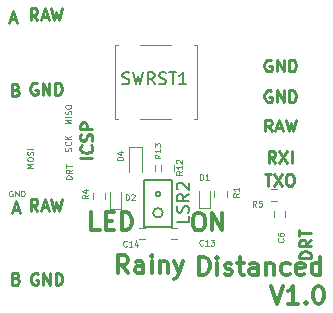
<source format=gbr>
G04 #@! TF.GenerationSoftware,KiCad,Pcbnew,(5.0.2)-1*
G04 #@! TF.CreationDate,2019-03-06T20:32:53+00:00*
G04 #@! TF.ProjectId,distanced,64697374-616e-4636-9564-2e6b69636164,rev?*
G04 #@! TF.SameCoordinates,Original*
G04 #@! TF.FileFunction,Legend,Top*
G04 #@! TF.FilePolarity,Positive*
%FSLAX46Y46*%
G04 Gerber Fmt 4.6, Leading zero omitted, Abs format (unit mm)*
G04 Created by KiCad (PCBNEW (5.0.2)-1) date 06/03/2019 20:32:53*
%MOMM*%
%LPD*%
G01*
G04 APERTURE LIST*
%ADD10C,0.300000*%
%ADD11C,0.125000*%
%ADD12C,0.250000*%
%ADD13C,0.150000*%
%ADD14C,0.120000*%
G04 APERTURE END LIST*
D10*
X157674285Y-95958571D02*
X158174285Y-97458571D01*
X158674285Y-95958571D01*
X159960000Y-97458571D02*
X159102857Y-97458571D01*
X159531428Y-97458571D02*
X159531428Y-95958571D01*
X159388571Y-96172857D01*
X159245714Y-96315714D01*
X159102857Y-96387142D01*
X160602857Y-97315714D02*
X160674285Y-97387142D01*
X160602857Y-97458571D01*
X160531428Y-97387142D01*
X160602857Y-97315714D01*
X160602857Y-97458571D01*
X161602857Y-95958571D02*
X161745714Y-95958571D01*
X161888571Y-96030000D01*
X161960000Y-96101428D01*
X162031428Y-96244285D01*
X162102857Y-96530000D01*
X162102857Y-96887142D01*
X162031428Y-97172857D01*
X161960000Y-97315714D01*
X161888571Y-97387142D01*
X161745714Y-97458571D01*
X161602857Y-97458571D01*
X161460000Y-97387142D01*
X161388571Y-97315714D01*
X161317142Y-97172857D01*
X161245714Y-96887142D01*
X161245714Y-96530000D01*
X161317142Y-96244285D01*
X161388571Y-96101428D01*
X161460000Y-96030000D01*
X161602857Y-95958571D01*
X145548571Y-94858571D02*
X145048571Y-94144285D01*
X144691428Y-94858571D02*
X144691428Y-93358571D01*
X145262857Y-93358571D01*
X145405714Y-93430000D01*
X145477142Y-93501428D01*
X145548571Y-93644285D01*
X145548571Y-93858571D01*
X145477142Y-94001428D01*
X145405714Y-94072857D01*
X145262857Y-94144285D01*
X144691428Y-94144285D01*
X146834285Y-94858571D02*
X146834285Y-94072857D01*
X146762857Y-93930000D01*
X146620000Y-93858571D01*
X146334285Y-93858571D01*
X146191428Y-93930000D01*
X146834285Y-94787142D02*
X146691428Y-94858571D01*
X146334285Y-94858571D01*
X146191428Y-94787142D01*
X146120000Y-94644285D01*
X146120000Y-94501428D01*
X146191428Y-94358571D01*
X146334285Y-94287142D01*
X146691428Y-94287142D01*
X146834285Y-94215714D01*
X147548571Y-94858571D02*
X147548571Y-93858571D01*
X147548571Y-93358571D02*
X147477142Y-93430000D01*
X147548571Y-93501428D01*
X147620000Y-93430000D01*
X147548571Y-93358571D01*
X147548571Y-93501428D01*
X148262857Y-93858571D02*
X148262857Y-94858571D01*
X148262857Y-94001428D02*
X148334285Y-93930000D01*
X148477142Y-93858571D01*
X148691428Y-93858571D01*
X148834285Y-93930000D01*
X148905714Y-94072857D01*
X148905714Y-94858571D01*
X149477142Y-93858571D02*
X149834285Y-94858571D01*
X150191428Y-93858571D02*
X149834285Y-94858571D01*
X149691428Y-95215714D01*
X149620000Y-95287142D01*
X149477142Y-95358571D01*
X143165714Y-91228571D02*
X142451428Y-91228571D01*
X142451428Y-89728571D01*
X143665714Y-90442857D02*
X144165714Y-90442857D01*
X144380000Y-91228571D02*
X143665714Y-91228571D01*
X143665714Y-89728571D01*
X144380000Y-89728571D01*
X145022857Y-91228571D02*
X145022857Y-89728571D01*
X145380000Y-89728571D01*
X145594285Y-89800000D01*
X145737142Y-89942857D01*
X145808571Y-90085714D01*
X145880000Y-90371428D01*
X145880000Y-90585714D01*
X145808571Y-90871428D01*
X145737142Y-91014285D01*
X145594285Y-91157142D01*
X145380000Y-91228571D01*
X145022857Y-91228571D01*
X151391428Y-89748571D02*
X151677142Y-89748571D01*
X151820000Y-89820000D01*
X151962857Y-89962857D01*
X152034285Y-90248571D01*
X152034285Y-90748571D01*
X151962857Y-91034285D01*
X151820000Y-91177142D01*
X151677142Y-91248571D01*
X151391428Y-91248571D01*
X151248571Y-91177142D01*
X151105714Y-91034285D01*
X151034285Y-90748571D01*
X151034285Y-90248571D01*
X151105714Y-89962857D01*
X151248571Y-89820000D01*
X151391428Y-89748571D01*
X152677142Y-91248571D02*
X152677142Y-89748571D01*
X153534285Y-91248571D01*
X153534285Y-89748571D01*
D11*
X137516190Y-85935714D02*
X137016190Y-85935714D01*
X137373333Y-85769047D01*
X137016190Y-85602380D01*
X137516190Y-85602380D01*
X137016190Y-85269047D02*
X137016190Y-85173809D01*
X137040000Y-85126190D01*
X137087619Y-85078571D01*
X137182857Y-85054761D01*
X137349523Y-85054761D01*
X137444761Y-85078571D01*
X137492380Y-85126190D01*
X137516190Y-85173809D01*
X137516190Y-85269047D01*
X137492380Y-85316666D01*
X137444761Y-85364285D01*
X137349523Y-85388095D01*
X137182857Y-85388095D01*
X137087619Y-85364285D01*
X137040000Y-85316666D01*
X137016190Y-85269047D01*
X137492380Y-84864285D02*
X137516190Y-84792857D01*
X137516190Y-84673809D01*
X137492380Y-84626190D01*
X137468571Y-84602380D01*
X137420952Y-84578571D01*
X137373333Y-84578571D01*
X137325714Y-84602380D01*
X137301904Y-84626190D01*
X137278095Y-84673809D01*
X137254285Y-84769047D01*
X137230476Y-84816666D01*
X137206666Y-84840476D01*
X137159047Y-84864285D01*
X137111428Y-84864285D01*
X137063809Y-84840476D01*
X137040000Y-84816666D01*
X137016190Y-84769047D01*
X137016190Y-84650000D01*
X137040000Y-84578571D01*
X137516190Y-84364285D02*
X137016190Y-84364285D01*
X140776190Y-86881428D02*
X140276190Y-86881428D01*
X140276190Y-86762380D01*
X140300000Y-86690952D01*
X140347619Y-86643333D01*
X140395238Y-86619523D01*
X140490476Y-86595714D01*
X140561904Y-86595714D01*
X140657142Y-86619523D01*
X140704761Y-86643333D01*
X140752380Y-86690952D01*
X140776190Y-86762380D01*
X140776190Y-86881428D01*
X140776190Y-86095714D02*
X140538095Y-86262380D01*
X140776190Y-86381428D02*
X140276190Y-86381428D01*
X140276190Y-86190952D01*
X140300000Y-86143333D01*
X140323809Y-86119523D01*
X140371428Y-86095714D01*
X140442857Y-86095714D01*
X140490476Y-86119523D01*
X140514285Y-86143333D01*
X140538095Y-86190952D01*
X140538095Y-86381428D01*
X140276190Y-85952857D02*
X140276190Y-85667142D01*
X140776190Y-85810000D02*
X140276190Y-85810000D01*
X140702380Y-84532857D02*
X140726190Y-84461428D01*
X140726190Y-84342380D01*
X140702380Y-84294761D01*
X140678571Y-84270952D01*
X140630952Y-84247142D01*
X140583333Y-84247142D01*
X140535714Y-84270952D01*
X140511904Y-84294761D01*
X140488095Y-84342380D01*
X140464285Y-84437619D01*
X140440476Y-84485238D01*
X140416666Y-84509047D01*
X140369047Y-84532857D01*
X140321428Y-84532857D01*
X140273809Y-84509047D01*
X140250000Y-84485238D01*
X140226190Y-84437619D01*
X140226190Y-84318571D01*
X140250000Y-84247142D01*
X140678571Y-83747142D02*
X140702380Y-83770952D01*
X140726190Y-83842380D01*
X140726190Y-83890000D01*
X140702380Y-83961428D01*
X140654761Y-84009047D01*
X140607142Y-84032857D01*
X140511904Y-84056666D01*
X140440476Y-84056666D01*
X140345238Y-84032857D01*
X140297619Y-84009047D01*
X140250000Y-83961428D01*
X140226190Y-83890000D01*
X140226190Y-83842380D01*
X140250000Y-83770952D01*
X140273809Y-83747142D01*
X140726190Y-83532857D02*
X140226190Y-83532857D01*
X140726190Y-83247142D02*
X140440476Y-83461428D01*
X140226190Y-83247142D02*
X140511904Y-83532857D01*
X140746190Y-82195714D02*
X140246190Y-82195714D01*
X140603333Y-82029047D01*
X140246190Y-81862380D01*
X140746190Y-81862380D01*
X140746190Y-81624285D02*
X140246190Y-81624285D01*
X140722380Y-81410000D02*
X140746190Y-81338571D01*
X140746190Y-81219523D01*
X140722380Y-81171904D01*
X140698571Y-81148095D01*
X140650952Y-81124285D01*
X140603333Y-81124285D01*
X140555714Y-81148095D01*
X140531904Y-81171904D01*
X140508095Y-81219523D01*
X140484285Y-81314761D01*
X140460476Y-81362380D01*
X140436666Y-81386190D01*
X140389047Y-81410000D01*
X140341428Y-81410000D01*
X140293809Y-81386190D01*
X140270000Y-81362380D01*
X140246190Y-81314761D01*
X140246190Y-81195714D01*
X140270000Y-81124285D01*
X140246190Y-80814761D02*
X140246190Y-80719523D01*
X140270000Y-80671904D01*
X140317619Y-80624285D01*
X140412857Y-80600476D01*
X140579523Y-80600476D01*
X140674761Y-80624285D01*
X140722380Y-80671904D01*
X140746190Y-80719523D01*
X140746190Y-80814761D01*
X140722380Y-80862380D01*
X140674761Y-80910000D01*
X140579523Y-80933809D01*
X140412857Y-80933809D01*
X140317619Y-80910000D01*
X140270000Y-80862380D01*
X140246190Y-80814761D01*
D12*
X142522380Y-85106190D02*
X141522380Y-85106190D01*
X142427142Y-84058571D02*
X142474761Y-84106190D01*
X142522380Y-84249047D01*
X142522380Y-84344285D01*
X142474761Y-84487142D01*
X142379523Y-84582380D01*
X142284285Y-84630000D01*
X142093809Y-84677619D01*
X141950952Y-84677619D01*
X141760476Y-84630000D01*
X141665238Y-84582380D01*
X141570000Y-84487142D01*
X141522380Y-84344285D01*
X141522380Y-84249047D01*
X141570000Y-84106190D01*
X141617619Y-84058571D01*
X142474761Y-83677619D02*
X142522380Y-83534761D01*
X142522380Y-83296666D01*
X142474761Y-83201428D01*
X142427142Y-83153809D01*
X142331904Y-83106190D01*
X142236666Y-83106190D01*
X142141428Y-83153809D01*
X142093809Y-83201428D01*
X142046190Y-83296666D01*
X141998571Y-83487142D01*
X141950952Y-83582380D01*
X141903333Y-83630000D01*
X141808095Y-83677619D01*
X141712857Y-83677619D01*
X141617619Y-83630000D01*
X141570000Y-83582380D01*
X141522380Y-83487142D01*
X141522380Y-83249047D01*
X141570000Y-83106190D01*
X142522380Y-82677619D02*
X141522380Y-82677619D01*
X141522380Y-82296666D01*
X141570000Y-82201428D01*
X141617619Y-82153809D01*
X141712857Y-82106190D01*
X141855714Y-82106190D01*
X141950952Y-82153809D01*
X141998571Y-82201428D01*
X142046190Y-82296666D01*
X142046190Y-82677619D01*
X161062380Y-93602857D02*
X160062380Y-93602857D01*
X160062380Y-93364761D01*
X160110000Y-93221904D01*
X160205238Y-93126666D01*
X160300476Y-93079047D01*
X160490952Y-93031428D01*
X160633809Y-93031428D01*
X160824285Y-93079047D01*
X160919523Y-93126666D01*
X161014761Y-93221904D01*
X161062380Y-93364761D01*
X161062380Y-93602857D01*
X161062380Y-92031428D02*
X160586190Y-92364761D01*
X161062380Y-92602857D02*
X160062380Y-92602857D01*
X160062380Y-92221904D01*
X160110000Y-92126666D01*
X160157619Y-92079047D01*
X160252857Y-92031428D01*
X160395714Y-92031428D01*
X160490952Y-92079047D01*
X160538571Y-92126666D01*
X160586190Y-92221904D01*
X160586190Y-92602857D01*
X160062380Y-91745714D02*
X160062380Y-91174285D01*
X161062380Y-91460000D02*
X160062380Y-91460000D01*
X157104285Y-86462380D02*
X157675714Y-86462380D01*
X157390000Y-87462380D02*
X157390000Y-86462380D01*
X157913809Y-86462380D02*
X158580476Y-87462380D01*
X158580476Y-86462380D02*
X157913809Y-87462380D01*
X159151904Y-86462380D02*
X159342380Y-86462380D01*
X159437619Y-86510000D01*
X159532857Y-86605238D01*
X159580476Y-86795714D01*
X159580476Y-87129047D01*
X159532857Y-87319523D01*
X159437619Y-87414761D01*
X159342380Y-87462380D01*
X159151904Y-87462380D01*
X159056666Y-87414761D01*
X158961428Y-87319523D01*
X158913809Y-87129047D01*
X158913809Y-86795714D01*
X158961428Y-86605238D01*
X159056666Y-86510000D01*
X159151904Y-86462380D01*
X158025238Y-85542380D02*
X157691904Y-85066190D01*
X157453809Y-85542380D02*
X157453809Y-84542380D01*
X157834761Y-84542380D01*
X157930000Y-84590000D01*
X157977619Y-84637619D01*
X158025238Y-84732857D01*
X158025238Y-84875714D01*
X157977619Y-84970952D01*
X157930000Y-85018571D01*
X157834761Y-85066190D01*
X157453809Y-85066190D01*
X158358571Y-84542380D02*
X159025238Y-85542380D01*
X159025238Y-84542380D02*
X158358571Y-85542380D01*
X159406190Y-85542380D02*
X159406190Y-84542380D01*
X157739523Y-82862380D02*
X157406190Y-82386190D01*
X157168095Y-82862380D02*
X157168095Y-81862380D01*
X157549047Y-81862380D01*
X157644285Y-81910000D01*
X157691904Y-81957619D01*
X157739523Y-82052857D01*
X157739523Y-82195714D01*
X157691904Y-82290952D01*
X157644285Y-82338571D01*
X157549047Y-82386190D01*
X157168095Y-82386190D01*
X158120476Y-82576666D02*
X158596666Y-82576666D01*
X158025238Y-82862380D02*
X158358571Y-81862380D01*
X158691904Y-82862380D01*
X158930000Y-81862380D02*
X159168095Y-82862380D01*
X159358571Y-82148095D01*
X159549047Y-82862380D01*
X159787142Y-81862380D01*
X157668095Y-79430000D02*
X157572857Y-79382380D01*
X157430000Y-79382380D01*
X157287142Y-79430000D01*
X157191904Y-79525238D01*
X157144285Y-79620476D01*
X157096666Y-79810952D01*
X157096666Y-79953809D01*
X157144285Y-80144285D01*
X157191904Y-80239523D01*
X157287142Y-80334761D01*
X157430000Y-80382380D01*
X157525238Y-80382380D01*
X157668095Y-80334761D01*
X157715714Y-80287142D01*
X157715714Y-79953809D01*
X157525238Y-79953809D01*
X158144285Y-80382380D02*
X158144285Y-79382380D01*
X158715714Y-80382380D01*
X158715714Y-79382380D01*
X159191904Y-80382380D02*
X159191904Y-79382380D01*
X159430000Y-79382380D01*
X159572857Y-79430000D01*
X159668095Y-79525238D01*
X159715714Y-79620476D01*
X159763333Y-79810952D01*
X159763333Y-79953809D01*
X159715714Y-80144285D01*
X159668095Y-80239523D01*
X159572857Y-80334761D01*
X159430000Y-80382380D01*
X159191904Y-80382380D01*
X157668095Y-76830000D02*
X157572857Y-76782380D01*
X157430000Y-76782380D01*
X157287142Y-76830000D01*
X157191904Y-76925238D01*
X157144285Y-77020476D01*
X157096666Y-77210952D01*
X157096666Y-77353809D01*
X157144285Y-77544285D01*
X157191904Y-77639523D01*
X157287142Y-77734761D01*
X157430000Y-77782380D01*
X157525238Y-77782380D01*
X157668095Y-77734761D01*
X157715714Y-77687142D01*
X157715714Y-77353809D01*
X157525238Y-77353809D01*
X158144285Y-77782380D02*
X158144285Y-76782380D01*
X158715714Y-77782380D01*
X158715714Y-76782380D01*
X159191904Y-77782380D02*
X159191904Y-76782380D01*
X159430000Y-76782380D01*
X159572857Y-76830000D01*
X159668095Y-76925238D01*
X159715714Y-77020476D01*
X159763333Y-77210952D01*
X159763333Y-77353809D01*
X159715714Y-77544285D01*
X159668095Y-77639523D01*
X159572857Y-77734761D01*
X159430000Y-77782380D01*
X159191904Y-77782380D01*
D11*
X135759047Y-87900000D02*
X135711428Y-87876190D01*
X135640000Y-87876190D01*
X135568571Y-87900000D01*
X135520952Y-87947619D01*
X135497142Y-87995238D01*
X135473333Y-88090476D01*
X135473333Y-88161904D01*
X135497142Y-88257142D01*
X135520952Y-88304761D01*
X135568571Y-88352380D01*
X135640000Y-88376190D01*
X135687619Y-88376190D01*
X135759047Y-88352380D01*
X135782857Y-88328571D01*
X135782857Y-88161904D01*
X135687619Y-88161904D01*
X135997142Y-88376190D02*
X135997142Y-87876190D01*
X136282857Y-88376190D01*
X136282857Y-87876190D01*
X136520952Y-88376190D02*
X136520952Y-87876190D01*
X136640000Y-87876190D01*
X136711428Y-87900000D01*
X136759047Y-87947619D01*
X136782857Y-87995238D01*
X136806666Y-88090476D01*
X136806666Y-88161904D01*
X136782857Y-88257142D01*
X136759047Y-88304761D01*
X136711428Y-88352380D01*
X136640000Y-88376190D01*
X136520952Y-88376190D01*
D12*
X137869523Y-89582380D02*
X137536190Y-89106190D01*
X137298095Y-89582380D02*
X137298095Y-88582380D01*
X137679047Y-88582380D01*
X137774285Y-88630000D01*
X137821904Y-88677619D01*
X137869523Y-88772857D01*
X137869523Y-88915714D01*
X137821904Y-89010952D01*
X137774285Y-89058571D01*
X137679047Y-89106190D01*
X137298095Y-89106190D01*
X138250476Y-89296666D02*
X138726666Y-89296666D01*
X138155238Y-89582380D02*
X138488571Y-88582380D01*
X138821904Y-89582380D01*
X139060000Y-88582380D02*
X139298095Y-89582380D01*
X139488571Y-88868095D01*
X139679047Y-89582380D01*
X139917142Y-88582380D01*
X137869523Y-73452380D02*
X137536190Y-72976190D01*
X137298095Y-73452380D02*
X137298095Y-72452380D01*
X137679047Y-72452380D01*
X137774285Y-72500000D01*
X137821904Y-72547619D01*
X137869523Y-72642857D01*
X137869523Y-72785714D01*
X137821904Y-72880952D01*
X137774285Y-72928571D01*
X137679047Y-72976190D01*
X137298095Y-72976190D01*
X138250476Y-73166666D02*
X138726666Y-73166666D01*
X138155238Y-73452380D02*
X138488571Y-72452380D01*
X138821904Y-73452380D01*
X139060000Y-72452380D02*
X139298095Y-73452380D01*
X139488571Y-72738095D01*
X139679047Y-73452380D01*
X139917142Y-72452380D01*
X135601904Y-73376666D02*
X136078095Y-73376666D01*
X135506666Y-73662380D02*
X135840000Y-72662380D01*
X136173333Y-73662380D01*
X135831904Y-89506666D02*
X136308095Y-89506666D01*
X135736666Y-89792380D02*
X136070000Y-88792380D01*
X136403333Y-89792380D01*
X136061428Y-95308571D02*
X136204285Y-95356190D01*
X136251904Y-95403809D01*
X136299523Y-95499047D01*
X136299523Y-95641904D01*
X136251904Y-95737142D01*
X136204285Y-95784761D01*
X136109047Y-95832380D01*
X135728095Y-95832380D01*
X135728095Y-94832380D01*
X136061428Y-94832380D01*
X136156666Y-94880000D01*
X136204285Y-94927619D01*
X136251904Y-95022857D01*
X136251904Y-95118095D01*
X136204285Y-95213333D01*
X136156666Y-95260952D01*
X136061428Y-95308571D01*
X135728095Y-95308571D01*
X136041428Y-79338571D02*
X136184285Y-79386190D01*
X136231904Y-79433809D01*
X136279523Y-79529047D01*
X136279523Y-79671904D01*
X136231904Y-79767142D01*
X136184285Y-79814761D01*
X136089047Y-79862380D01*
X135708095Y-79862380D01*
X135708095Y-78862380D01*
X136041428Y-78862380D01*
X136136666Y-78910000D01*
X136184285Y-78957619D01*
X136231904Y-79052857D01*
X136231904Y-79148095D01*
X136184285Y-79243333D01*
X136136666Y-79290952D01*
X136041428Y-79338571D01*
X135708095Y-79338571D01*
X137848095Y-78800000D02*
X137752857Y-78752380D01*
X137610000Y-78752380D01*
X137467142Y-78800000D01*
X137371904Y-78895238D01*
X137324285Y-78990476D01*
X137276666Y-79180952D01*
X137276666Y-79323809D01*
X137324285Y-79514285D01*
X137371904Y-79609523D01*
X137467142Y-79704761D01*
X137610000Y-79752380D01*
X137705238Y-79752380D01*
X137848095Y-79704761D01*
X137895714Y-79657142D01*
X137895714Y-79323809D01*
X137705238Y-79323809D01*
X138324285Y-79752380D02*
X138324285Y-78752380D01*
X138895714Y-79752380D01*
X138895714Y-78752380D01*
X139371904Y-79752380D02*
X139371904Y-78752380D01*
X139610000Y-78752380D01*
X139752857Y-78800000D01*
X139848095Y-78895238D01*
X139895714Y-78990476D01*
X139943333Y-79180952D01*
X139943333Y-79323809D01*
X139895714Y-79514285D01*
X139848095Y-79609523D01*
X139752857Y-79704761D01*
X139610000Y-79752380D01*
X139371904Y-79752380D01*
X137898095Y-94920000D02*
X137802857Y-94872380D01*
X137660000Y-94872380D01*
X137517142Y-94920000D01*
X137421904Y-95015238D01*
X137374285Y-95110476D01*
X137326666Y-95300952D01*
X137326666Y-95443809D01*
X137374285Y-95634285D01*
X137421904Y-95729523D01*
X137517142Y-95824761D01*
X137660000Y-95872380D01*
X137755238Y-95872380D01*
X137898095Y-95824761D01*
X137945714Y-95777142D01*
X137945714Y-95443809D01*
X137755238Y-95443809D01*
X138374285Y-95872380D02*
X138374285Y-94872380D01*
X138945714Y-95872380D01*
X138945714Y-94872380D01*
X139421904Y-95872380D02*
X139421904Y-94872380D01*
X139660000Y-94872380D01*
X139802857Y-94920000D01*
X139898095Y-95015238D01*
X139945714Y-95110476D01*
X139993333Y-95300952D01*
X139993333Y-95443809D01*
X139945714Y-95634285D01*
X139898095Y-95729523D01*
X139802857Y-95824761D01*
X139660000Y-95872380D01*
X139421904Y-95872380D01*
D10*
X151592142Y-94988571D02*
X151592142Y-93488571D01*
X151949285Y-93488571D01*
X152163571Y-93560000D01*
X152306428Y-93702857D01*
X152377857Y-93845714D01*
X152449285Y-94131428D01*
X152449285Y-94345714D01*
X152377857Y-94631428D01*
X152306428Y-94774285D01*
X152163571Y-94917142D01*
X151949285Y-94988571D01*
X151592142Y-94988571D01*
X153092142Y-94988571D02*
X153092142Y-93988571D01*
X153092142Y-93488571D02*
X153020714Y-93560000D01*
X153092142Y-93631428D01*
X153163571Y-93560000D01*
X153092142Y-93488571D01*
X153092142Y-93631428D01*
X153735000Y-94917142D02*
X153877857Y-94988571D01*
X154163571Y-94988571D01*
X154306428Y-94917142D01*
X154377857Y-94774285D01*
X154377857Y-94702857D01*
X154306428Y-94560000D01*
X154163571Y-94488571D01*
X153949285Y-94488571D01*
X153806428Y-94417142D01*
X153735000Y-94274285D01*
X153735000Y-94202857D01*
X153806428Y-94060000D01*
X153949285Y-93988571D01*
X154163571Y-93988571D01*
X154306428Y-94060000D01*
X154806428Y-93988571D02*
X155377857Y-93988571D01*
X155020714Y-93488571D02*
X155020714Y-94774285D01*
X155092142Y-94917142D01*
X155235000Y-94988571D01*
X155377857Y-94988571D01*
X156520714Y-94988571D02*
X156520714Y-94202857D01*
X156449285Y-94060000D01*
X156306428Y-93988571D01*
X156020714Y-93988571D01*
X155877857Y-94060000D01*
X156520714Y-94917142D02*
X156377857Y-94988571D01*
X156020714Y-94988571D01*
X155877857Y-94917142D01*
X155806428Y-94774285D01*
X155806428Y-94631428D01*
X155877857Y-94488571D01*
X156020714Y-94417142D01*
X156377857Y-94417142D01*
X156520714Y-94345714D01*
X157235000Y-93988571D02*
X157235000Y-94988571D01*
X157235000Y-94131428D02*
X157306428Y-94060000D01*
X157449285Y-93988571D01*
X157663571Y-93988571D01*
X157806428Y-94060000D01*
X157877857Y-94202857D01*
X157877857Y-94988571D01*
X159235000Y-94917142D02*
X159092142Y-94988571D01*
X158806428Y-94988571D01*
X158663571Y-94917142D01*
X158592142Y-94845714D01*
X158520714Y-94702857D01*
X158520714Y-94274285D01*
X158592142Y-94131428D01*
X158663571Y-94060000D01*
X158806428Y-93988571D01*
X159092142Y-93988571D01*
X159235000Y-94060000D01*
X160449285Y-94917142D02*
X160306428Y-94988571D01*
X160020714Y-94988571D01*
X159877857Y-94917142D01*
X159806428Y-94774285D01*
X159806428Y-94202857D01*
X159877857Y-94060000D01*
X160020714Y-93988571D01*
X160306428Y-93988571D01*
X160449285Y-94060000D01*
X160520714Y-94202857D01*
X160520714Y-94345714D01*
X159806428Y-94488571D01*
X161806428Y-94988571D02*
X161806428Y-93488571D01*
X161806428Y-94917142D02*
X161663571Y-94988571D01*
X161377857Y-94988571D01*
X161235000Y-94917142D01*
X161163571Y-94845714D01*
X161092142Y-94702857D01*
X161092142Y-94274285D01*
X161163571Y-94131428D01*
X161235000Y-94060000D01*
X161377857Y-93988571D01*
X161663571Y-93988571D01*
X161806428Y-94060000D01*
D13*
G04 #@! TO.C,LSR2*
X148280000Y-88156000D02*
G75*
G03X148280000Y-88156000I-200000J0D01*
G01*
X148480000Y-89756000D02*
G75*
G03X148480000Y-89756000I-400000J0D01*
G01*
X146880000Y-90956000D02*
X149280000Y-90956000D01*
X149280000Y-90956000D02*
X149280000Y-86956000D01*
X149280000Y-86956000D02*
X146880000Y-86956000D01*
X146880000Y-86956000D02*
X146880000Y-90956000D01*
D14*
G04 #@! TO.C,C6*
X158850000Y-90090000D02*
X158850000Y-89590000D01*
X157910000Y-89590000D02*
X157910000Y-90090000D01*
G04 #@! TO.C,R1*
X152870000Y-87950000D02*
X152870000Y-88450000D01*
X153930000Y-88450000D02*
X153930000Y-87950000D01*
G04 #@! TO.C,R4*
X143630000Y-88550000D02*
X143630000Y-88050000D01*
X142570000Y-88050000D02*
X142570000Y-88550000D01*
G04 #@! TO.C,R5*
X158180000Y-87720000D02*
X157680000Y-87720000D01*
X157680000Y-88780000D02*
X158180000Y-88780000D01*
G04 #@! TO.C,D2*
X144050000Y-89450000D02*
X144950000Y-89450000D01*
X144950000Y-89450000D02*
X144950000Y-88000000D01*
X144050000Y-89450000D02*
X144050000Y-88000000D01*
G04 #@! TO.C,SWRST1*
X151100000Y-75550000D02*
X151350000Y-75550000D01*
X151350000Y-75550000D02*
X151350000Y-81850000D01*
X151350000Y-81850000D02*
X151100000Y-81850000D01*
X146600000Y-75550000D02*
X149200000Y-75550000D01*
X144700000Y-81850000D02*
X144450000Y-81850000D01*
X144450000Y-81850000D02*
X144450000Y-75550000D01*
X144450000Y-75550000D02*
X144700000Y-75550000D01*
X149200000Y-81850000D02*
X146600000Y-81850000D01*
G04 #@! TO.C,D4*
X146740000Y-84170000D02*
X145600000Y-84170000D01*
X145600000Y-84170000D02*
X145600000Y-86270000D01*
X146740000Y-84170000D02*
X146740000Y-86270000D01*
G04 #@! TO.C,D1*
X151550000Y-89350000D02*
X152450000Y-89350000D01*
X152450000Y-89350000D02*
X152450000Y-87900000D01*
X151550000Y-89350000D02*
X151550000Y-87900000D01*
G04 #@! TO.C,C13*
X149680000Y-91060000D02*
X149180000Y-91060000D01*
X149180000Y-92000000D02*
X149680000Y-92000000D01*
G04 #@! TO.C,C14*
X146480000Y-92000000D02*
X146980000Y-92000000D01*
X146980000Y-91060000D02*
X146480000Y-91060000D01*
G04 #@! TO.C,R12*
X149410000Y-86230000D02*
X149410000Y-85730000D01*
X148350000Y-85730000D02*
X148350000Y-86230000D01*
G04 #@! TO.C,R13*
X147810000Y-86210000D02*
X147810000Y-85710000D01*
X146750000Y-85710000D02*
X146750000Y-86210000D01*
G04 #@! TO.C,LSR2*
D13*
X150682380Y-90022857D02*
X150682380Y-90499047D01*
X149682380Y-90499047D01*
X150634761Y-89737142D02*
X150682380Y-89594285D01*
X150682380Y-89356190D01*
X150634761Y-89260952D01*
X150587142Y-89213333D01*
X150491904Y-89165714D01*
X150396666Y-89165714D01*
X150301428Y-89213333D01*
X150253809Y-89260952D01*
X150206190Y-89356190D01*
X150158571Y-89546666D01*
X150110952Y-89641904D01*
X150063333Y-89689523D01*
X149968095Y-89737142D01*
X149872857Y-89737142D01*
X149777619Y-89689523D01*
X149730000Y-89641904D01*
X149682380Y-89546666D01*
X149682380Y-89308571D01*
X149730000Y-89165714D01*
X150682380Y-88165714D02*
X150206190Y-88499047D01*
X150682380Y-88737142D02*
X149682380Y-88737142D01*
X149682380Y-88356190D01*
X149730000Y-88260952D01*
X149777619Y-88213333D01*
X149872857Y-88165714D01*
X150015714Y-88165714D01*
X150110952Y-88213333D01*
X150158571Y-88260952D01*
X150206190Y-88356190D01*
X150206190Y-88737142D01*
X149777619Y-87784761D02*
X149730000Y-87737142D01*
X149682380Y-87641904D01*
X149682380Y-87403809D01*
X149730000Y-87308571D01*
X149777619Y-87260952D01*
X149872857Y-87213333D01*
X149968095Y-87213333D01*
X150110952Y-87260952D01*
X150682380Y-87832380D01*
X150682380Y-87213333D01*
G04 #@! TO.C,C6*
D11*
X158678571Y-91933333D02*
X158702380Y-91957142D01*
X158726190Y-92028571D01*
X158726190Y-92076190D01*
X158702380Y-92147619D01*
X158654761Y-92195238D01*
X158607142Y-92219047D01*
X158511904Y-92242857D01*
X158440476Y-92242857D01*
X158345238Y-92219047D01*
X158297619Y-92195238D01*
X158250000Y-92147619D01*
X158226190Y-92076190D01*
X158226190Y-92028571D01*
X158250000Y-91957142D01*
X158273809Y-91933333D01*
X158226190Y-91504761D02*
X158226190Y-91600000D01*
X158250000Y-91647619D01*
X158273809Y-91671428D01*
X158345238Y-91719047D01*
X158440476Y-91742857D01*
X158630952Y-91742857D01*
X158678571Y-91719047D01*
X158702380Y-91695238D01*
X158726190Y-91647619D01*
X158726190Y-91552380D01*
X158702380Y-91504761D01*
X158678571Y-91480952D01*
X158630952Y-91457142D01*
X158511904Y-91457142D01*
X158464285Y-91480952D01*
X158440476Y-91504761D01*
X158416666Y-91552380D01*
X158416666Y-91647619D01*
X158440476Y-91695238D01*
X158464285Y-91719047D01*
X158511904Y-91742857D01*
G04 #@! TO.C,R1*
X154946190Y-88113333D02*
X154708095Y-88280000D01*
X154946190Y-88399047D02*
X154446190Y-88399047D01*
X154446190Y-88208571D01*
X154470000Y-88160952D01*
X154493809Y-88137142D01*
X154541428Y-88113333D01*
X154612857Y-88113333D01*
X154660476Y-88137142D01*
X154684285Y-88160952D01*
X154708095Y-88208571D01*
X154708095Y-88399047D01*
X154946190Y-87637142D02*
X154946190Y-87922857D01*
X154946190Y-87780000D02*
X154446190Y-87780000D01*
X154517619Y-87827619D01*
X154565238Y-87875238D01*
X154589047Y-87922857D01*
G04 #@! TO.C,R4*
X142176190Y-88233333D02*
X141938095Y-88400000D01*
X142176190Y-88519047D02*
X141676190Y-88519047D01*
X141676190Y-88328571D01*
X141700000Y-88280952D01*
X141723809Y-88257142D01*
X141771428Y-88233333D01*
X141842857Y-88233333D01*
X141890476Y-88257142D01*
X141914285Y-88280952D01*
X141938095Y-88328571D01*
X141938095Y-88519047D01*
X141842857Y-87804761D02*
X142176190Y-87804761D01*
X141652380Y-87923809D02*
X142009523Y-88042857D01*
X142009523Y-87733333D01*
G04 #@! TO.C,R5*
X156416666Y-89226190D02*
X156250000Y-88988095D01*
X156130952Y-89226190D02*
X156130952Y-88726190D01*
X156321428Y-88726190D01*
X156369047Y-88750000D01*
X156392857Y-88773809D01*
X156416666Y-88821428D01*
X156416666Y-88892857D01*
X156392857Y-88940476D01*
X156369047Y-88964285D01*
X156321428Y-88988095D01*
X156130952Y-88988095D01*
X156869047Y-88726190D02*
X156630952Y-88726190D01*
X156607142Y-88964285D01*
X156630952Y-88940476D01*
X156678571Y-88916666D01*
X156797619Y-88916666D01*
X156845238Y-88940476D01*
X156869047Y-88964285D01*
X156892857Y-89011904D01*
X156892857Y-89130952D01*
X156869047Y-89178571D01*
X156845238Y-89202380D01*
X156797619Y-89226190D01*
X156678571Y-89226190D01*
X156630952Y-89202380D01*
X156607142Y-89178571D01*
G04 #@! TO.C,D2*
X145340952Y-88696190D02*
X145340952Y-88196190D01*
X145460000Y-88196190D01*
X145531428Y-88220000D01*
X145579047Y-88267619D01*
X145602857Y-88315238D01*
X145626666Y-88410476D01*
X145626666Y-88481904D01*
X145602857Y-88577142D01*
X145579047Y-88624761D01*
X145531428Y-88672380D01*
X145460000Y-88696190D01*
X145340952Y-88696190D01*
X145817142Y-88243809D02*
X145840952Y-88220000D01*
X145888571Y-88196190D01*
X146007619Y-88196190D01*
X146055238Y-88220000D01*
X146079047Y-88243809D01*
X146102857Y-88291428D01*
X146102857Y-88339047D01*
X146079047Y-88410476D01*
X145793333Y-88696190D01*
X146102857Y-88696190D01*
G04 #@! TO.C,SWRST1*
D13*
X145079523Y-78824761D02*
X145222380Y-78872380D01*
X145460476Y-78872380D01*
X145555714Y-78824761D01*
X145603333Y-78777142D01*
X145650952Y-78681904D01*
X145650952Y-78586666D01*
X145603333Y-78491428D01*
X145555714Y-78443809D01*
X145460476Y-78396190D01*
X145270000Y-78348571D01*
X145174761Y-78300952D01*
X145127142Y-78253333D01*
X145079523Y-78158095D01*
X145079523Y-78062857D01*
X145127142Y-77967619D01*
X145174761Y-77920000D01*
X145270000Y-77872380D01*
X145508095Y-77872380D01*
X145650952Y-77920000D01*
X145984285Y-77872380D02*
X146222380Y-78872380D01*
X146412857Y-78158095D01*
X146603333Y-78872380D01*
X146841428Y-77872380D01*
X147793809Y-78872380D02*
X147460476Y-78396190D01*
X147222380Y-78872380D02*
X147222380Y-77872380D01*
X147603333Y-77872380D01*
X147698571Y-77920000D01*
X147746190Y-77967619D01*
X147793809Y-78062857D01*
X147793809Y-78205714D01*
X147746190Y-78300952D01*
X147698571Y-78348571D01*
X147603333Y-78396190D01*
X147222380Y-78396190D01*
X148174761Y-78824761D02*
X148317619Y-78872380D01*
X148555714Y-78872380D01*
X148650952Y-78824761D01*
X148698571Y-78777142D01*
X148746190Y-78681904D01*
X148746190Y-78586666D01*
X148698571Y-78491428D01*
X148650952Y-78443809D01*
X148555714Y-78396190D01*
X148365238Y-78348571D01*
X148270000Y-78300952D01*
X148222380Y-78253333D01*
X148174761Y-78158095D01*
X148174761Y-78062857D01*
X148222380Y-77967619D01*
X148270000Y-77920000D01*
X148365238Y-77872380D01*
X148603333Y-77872380D01*
X148746190Y-77920000D01*
X149031904Y-77872380D02*
X149603333Y-77872380D01*
X149317619Y-78872380D02*
X149317619Y-77872380D01*
X150460476Y-78872380D02*
X149889047Y-78872380D01*
X150174761Y-78872380D02*
X150174761Y-77872380D01*
X150079523Y-78015238D01*
X149984285Y-78110476D01*
X149889047Y-78158095D01*
G04 #@! TO.C,D4*
D11*
X145106190Y-85309047D02*
X144606190Y-85309047D01*
X144606190Y-85190000D01*
X144630000Y-85118571D01*
X144677619Y-85070952D01*
X144725238Y-85047142D01*
X144820476Y-85023333D01*
X144891904Y-85023333D01*
X144987142Y-85047142D01*
X145034761Y-85070952D01*
X145082380Y-85118571D01*
X145106190Y-85190000D01*
X145106190Y-85309047D01*
X144772857Y-84594761D02*
X145106190Y-84594761D01*
X144582380Y-84713809D02*
X144939523Y-84832857D01*
X144939523Y-84523333D01*
G04 #@! TO.C,D1*
X151640952Y-86976190D02*
X151640952Y-86476190D01*
X151760000Y-86476190D01*
X151831428Y-86500000D01*
X151879047Y-86547619D01*
X151902857Y-86595238D01*
X151926666Y-86690476D01*
X151926666Y-86761904D01*
X151902857Y-86857142D01*
X151879047Y-86904761D01*
X151831428Y-86952380D01*
X151760000Y-86976190D01*
X151640952Y-86976190D01*
X152402857Y-86976190D02*
X152117142Y-86976190D01*
X152260000Y-86976190D02*
X152260000Y-86476190D01*
X152212380Y-86547619D01*
X152164761Y-86595238D01*
X152117142Y-86619047D01*
G04 #@! TO.C,C13*
X151898571Y-92488571D02*
X151874761Y-92512380D01*
X151803333Y-92536190D01*
X151755714Y-92536190D01*
X151684285Y-92512380D01*
X151636666Y-92464761D01*
X151612857Y-92417142D01*
X151589047Y-92321904D01*
X151589047Y-92250476D01*
X151612857Y-92155238D01*
X151636666Y-92107619D01*
X151684285Y-92060000D01*
X151755714Y-92036190D01*
X151803333Y-92036190D01*
X151874761Y-92060000D01*
X151898571Y-92083809D01*
X152374761Y-92536190D02*
X152089047Y-92536190D01*
X152231904Y-92536190D02*
X152231904Y-92036190D01*
X152184285Y-92107619D01*
X152136666Y-92155238D01*
X152089047Y-92179047D01*
X152541428Y-92036190D02*
X152850952Y-92036190D01*
X152684285Y-92226666D01*
X152755714Y-92226666D01*
X152803333Y-92250476D01*
X152827142Y-92274285D01*
X152850952Y-92321904D01*
X152850952Y-92440952D01*
X152827142Y-92488571D01*
X152803333Y-92512380D01*
X152755714Y-92536190D01*
X152612857Y-92536190D01*
X152565238Y-92512380D01*
X152541428Y-92488571D01*
G04 #@! TO.C,C14*
X145438571Y-92568571D02*
X145414761Y-92592380D01*
X145343333Y-92616190D01*
X145295714Y-92616190D01*
X145224285Y-92592380D01*
X145176666Y-92544761D01*
X145152857Y-92497142D01*
X145129047Y-92401904D01*
X145129047Y-92330476D01*
X145152857Y-92235238D01*
X145176666Y-92187619D01*
X145224285Y-92140000D01*
X145295714Y-92116190D01*
X145343333Y-92116190D01*
X145414761Y-92140000D01*
X145438571Y-92163809D01*
X145914761Y-92616190D02*
X145629047Y-92616190D01*
X145771904Y-92616190D02*
X145771904Y-92116190D01*
X145724285Y-92187619D01*
X145676666Y-92235238D01*
X145629047Y-92259047D01*
X146343333Y-92282857D02*
X146343333Y-92616190D01*
X146224285Y-92092380D02*
X146105238Y-92449523D01*
X146414761Y-92449523D01*
G04 #@! TO.C,R12*
X150126190Y-86231428D02*
X149888095Y-86398095D01*
X150126190Y-86517142D02*
X149626190Y-86517142D01*
X149626190Y-86326666D01*
X149650000Y-86279047D01*
X149673809Y-86255238D01*
X149721428Y-86231428D01*
X149792857Y-86231428D01*
X149840476Y-86255238D01*
X149864285Y-86279047D01*
X149888095Y-86326666D01*
X149888095Y-86517142D01*
X150126190Y-85755238D02*
X150126190Y-86040952D01*
X150126190Y-85898095D02*
X149626190Y-85898095D01*
X149697619Y-85945714D01*
X149745238Y-85993333D01*
X149769047Y-86040952D01*
X149673809Y-85564761D02*
X149650000Y-85540952D01*
X149626190Y-85493333D01*
X149626190Y-85374285D01*
X149650000Y-85326666D01*
X149673809Y-85302857D01*
X149721428Y-85279047D01*
X149769047Y-85279047D01*
X149840476Y-85302857D01*
X150126190Y-85588571D01*
X150126190Y-85279047D01*
G04 #@! TO.C,R13*
X148296190Y-84831428D02*
X148058095Y-84998095D01*
X148296190Y-85117142D02*
X147796190Y-85117142D01*
X147796190Y-84926666D01*
X147820000Y-84879047D01*
X147843809Y-84855238D01*
X147891428Y-84831428D01*
X147962857Y-84831428D01*
X148010476Y-84855238D01*
X148034285Y-84879047D01*
X148058095Y-84926666D01*
X148058095Y-85117142D01*
X148296190Y-84355238D02*
X148296190Y-84640952D01*
X148296190Y-84498095D02*
X147796190Y-84498095D01*
X147867619Y-84545714D01*
X147915238Y-84593333D01*
X147939047Y-84640952D01*
X147796190Y-84188571D02*
X147796190Y-83879047D01*
X147986666Y-84045714D01*
X147986666Y-83974285D01*
X148010476Y-83926666D01*
X148034285Y-83902857D01*
X148081904Y-83879047D01*
X148200952Y-83879047D01*
X148248571Y-83902857D01*
X148272380Y-83926666D01*
X148296190Y-83974285D01*
X148296190Y-84117142D01*
X148272380Y-84164761D01*
X148248571Y-84188571D01*
G04 #@! TD*
M02*

</source>
